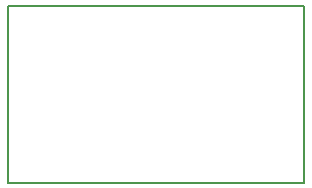
<source format=gbr>
G04 DipTrace 2.4.0.2*
%INBoardOutline.gbr*%
%MOIN*%
%ADD11C,0.0055*%
%FSLAX44Y44*%
G04*
G70*
G90*
G75*
G01*
%LNBoardOutline*%
%LPD*%
X0Y0D2*
D11*
X9843D1*
Y5906D1*
X0D1*
Y0D1*
M02*

</source>
